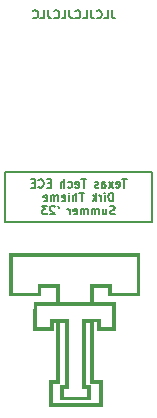
<source format=gbr>
%TF.GenerationSoftware,KiCad,Pcbnew,7.0.6*%
%TF.CreationDate,2023-07-23T20:03:58-07:00*%
%TF.ProjectId,iCEGenius,69434547-656e-4697-9573-2e6b69636164,rev?*%
%TF.SameCoordinates,Original*%
%TF.FileFunction,Legend,Bot*%
%TF.FilePolarity,Positive*%
%FSLAX46Y46*%
G04 Gerber Fmt 4.6, Leading zero omitted, Abs format (unit mm)*
G04 Created by KiCad (PCBNEW 7.0.6) date 2023-07-23 20:03:58*
%MOMM*%
%LPD*%
G01*
G04 APERTURE LIST*
%ADD10C,0.150000*%
%ADD11R,1.700000X1.700000*%
%ADD12O,1.700000X1.700000*%
%ADD13C,0.650000*%
%ADD14O,1.000000X2.100000*%
%ADD15O,1.000000X1.800000*%
G04 APERTURE END LIST*
D10*
X159034649Y-77206533D02*
X159034649Y-77706533D01*
X159034649Y-77706533D02*
X159067982Y-77806533D01*
X159067982Y-77806533D02*
X159134649Y-77873200D01*
X159134649Y-77873200D02*
X159234649Y-77906533D01*
X159234649Y-77906533D02*
X159301316Y-77906533D01*
X158367983Y-77906533D02*
X158701316Y-77906533D01*
X158701316Y-77906533D02*
X158701316Y-77206533D01*
X157734649Y-77839866D02*
X157767982Y-77873200D01*
X157767982Y-77873200D02*
X157867982Y-77906533D01*
X157867982Y-77906533D02*
X157934649Y-77906533D01*
X157934649Y-77906533D02*
X158034649Y-77873200D01*
X158034649Y-77873200D02*
X158101316Y-77806533D01*
X158101316Y-77806533D02*
X158134649Y-77739866D01*
X158134649Y-77739866D02*
X158167982Y-77606533D01*
X158167982Y-77606533D02*
X158167982Y-77506533D01*
X158167982Y-77506533D02*
X158134649Y-77373200D01*
X158134649Y-77373200D02*
X158101316Y-77306533D01*
X158101316Y-77306533D02*
X158034649Y-77239866D01*
X158034649Y-77239866D02*
X157934649Y-77206533D01*
X157934649Y-77206533D02*
X157867982Y-77206533D01*
X157867982Y-77206533D02*
X157767982Y-77239866D01*
X157767982Y-77239866D02*
X157734649Y-77273200D01*
X157234649Y-77206533D02*
X157234649Y-77706533D01*
X157234649Y-77706533D02*
X157267982Y-77806533D01*
X157267982Y-77806533D02*
X157334649Y-77873200D01*
X157334649Y-77873200D02*
X157434649Y-77906533D01*
X157434649Y-77906533D02*
X157501316Y-77906533D01*
X156567983Y-77906533D02*
X156901316Y-77906533D01*
X156901316Y-77906533D02*
X156901316Y-77206533D01*
X155934649Y-77839866D02*
X155967982Y-77873200D01*
X155967982Y-77873200D02*
X156067982Y-77906533D01*
X156067982Y-77906533D02*
X156134649Y-77906533D01*
X156134649Y-77906533D02*
X156234649Y-77873200D01*
X156234649Y-77873200D02*
X156301316Y-77806533D01*
X156301316Y-77806533D02*
X156334649Y-77739866D01*
X156334649Y-77739866D02*
X156367982Y-77606533D01*
X156367982Y-77606533D02*
X156367982Y-77506533D01*
X156367982Y-77506533D02*
X156334649Y-77373200D01*
X156334649Y-77373200D02*
X156301316Y-77306533D01*
X156301316Y-77306533D02*
X156234649Y-77239866D01*
X156234649Y-77239866D02*
X156134649Y-77206533D01*
X156134649Y-77206533D02*
X156067982Y-77206533D01*
X156067982Y-77206533D02*
X155967982Y-77239866D01*
X155967982Y-77239866D02*
X155934649Y-77273200D01*
X155434649Y-77206533D02*
X155434649Y-77706533D01*
X155434649Y-77706533D02*
X155467982Y-77806533D01*
X155467982Y-77806533D02*
X155534649Y-77873200D01*
X155534649Y-77873200D02*
X155634649Y-77906533D01*
X155634649Y-77906533D02*
X155701316Y-77906533D01*
X154767983Y-77906533D02*
X155101316Y-77906533D01*
X155101316Y-77906533D02*
X155101316Y-77206533D01*
X154134649Y-77839866D02*
X154167982Y-77873200D01*
X154167982Y-77873200D02*
X154267982Y-77906533D01*
X154267982Y-77906533D02*
X154334649Y-77906533D01*
X154334649Y-77906533D02*
X154434649Y-77873200D01*
X154434649Y-77873200D02*
X154501316Y-77806533D01*
X154501316Y-77806533D02*
X154534649Y-77739866D01*
X154534649Y-77739866D02*
X154567982Y-77606533D01*
X154567982Y-77606533D02*
X154567982Y-77506533D01*
X154567982Y-77506533D02*
X154534649Y-77373200D01*
X154534649Y-77373200D02*
X154501316Y-77306533D01*
X154501316Y-77306533D02*
X154434649Y-77239866D01*
X154434649Y-77239866D02*
X154334649Y-77206533D01*
X154334649Y-77206533D02*
X154267982Y-77206533D01*
X154267982Y-77206533D02*
X154167982Y-77239866D01*
X154167982Y-77239866D02*
X154134649Y-77273200D01*
X153634649Y-77206533D02*
X153634649Y-77706533D01*
X153634649Y-77706533D02*
X153667982Y-77806533D01*
X153667982Y-77806533D02*
X153734649Y-77873200D01*
X153734649Y-77873200D02*
X153834649Y-77906533D01*
X153834649Y-77906533D02*
X153901316Y-77906533D01*
X152967983Y-77906533D02*
X153301316Y-77906533D01*
X153301316Y-77906533D02*
X153301316Y-77206533D01*
X152334649Y-77839866D02*
X152367982Y-77873200D01*
X152367982Y-77873200D02*
X152467982Y-77906533D01*
X152467982Y-77906533D02*
X152534649Y-77906533D01*
X152534649Y-77906533D02*
X152634649Y-77873200D01*
X152634649Y-77873200D02*
X152701316Y-77806533D01*
X152701316Y-77806533D02*
X152734649Y-77739866D01*
X152734649Y-77739866D02*
X152767982Y-77606533D01*
X152767982Y-77606533D02*
X152767982Y-77506533D01*
X152767982Y-77506533D02*
X152734649Y-77373200D01*
X152734649Y-77373200D02*
X152701316Y-77306533D01*
X152701316Y-77306533D02*
X152634649Y-77239866D01*
X152634649Y-77239866D02*
X152534649Y-77206533D01*
X152534649Y-77206533D02*
X152467982Y-77206533D01*
X152467982Y-77206533D02*
X152367982Y-77239866D01*
X152367982Y-77239866D02*
X152334649Y-77273200D01*
X160283332Y-91525533D02*
X159883332Y-91525533D01*
X160083332Y-92225533D02*
X160083332Y-91525533D01*
X159383332Y-92192200D02*
X159449999Y-92225533D01*
X159449999Y-92225533D02*
X159583332Y-92225533D01*
X159583332Y-92225533D02*
X159649999Y-92192200D01*
X159649999Y-92192200D02*
X159683332Y-92125533D01*
X159683332Y-92125533D02*
X159683332Y-91858866D01*
X159683332Y-91858866D02*
X159649999Y-91792200D01*
X159649999Y-91792200D02*
X159583332Y-91758866D01*
X159583332Y-91758866D02*
X159449999Y-91758866D01*
X159449999Y-91758866D02*
X159383332Y-91792200D01*
X159383332Y-91792200D02*
X159349999Y-91858866D01*
X159349999Y-91858866D02*
X159349999Y-91925533D01*
X159349999Y-91925533D02*
X159683332Y-91992200D01*
X159116666Y-92225533D02*
X158749999Y-91758866D01*
X159116666Y-91758866D02*
X158749999Y-92225533D01*
X158183332Y-92225533D02*
X158183332Y-91858866D01*
X158183332Y-91858866D02*
X158216665Y-91792200D01*
X158216665Y-91792200D02*
X158283332Y-91758866D01*
X158283332Y-91758866D02*
X158416665Y-91758866D01*
X158416665Y-91758866D02*
X158483332Y-91792200D01*
X158183332Y-92192200D02*
X158249999Y-92225533D01*
X158249999Y-92225533D02*
X158416665Y-92225533D01*
X158416665Y-92225533D02*
X158483332Y-92192200D01*
X158483332Y-92192200D02*
X158516665Y-92125533D01*
X158516665Y-92125533D02*
X158516665Y-92058866D01*
X158516665Y-92058866D02*
X158483332Y-91992200D01*
X158483332Y-91992200D02*
X158416665Y-91958866D01*
X158416665Y-91958866D02*
X158249999Y-91958866D01*
X158249999Y-91958866D02*
X158183332Y-91925533D01*
X157883332Y-92192200D02*
X157816666Y-92225533D01*
X157816666Y-92225533D02*
X157683332Y-92225533D01*
X157683332Y-92225533D02*
X157616666Y-92192200D01*
X157616666Y-92192200D02*
X157583332Y-92125533D01*
X157583332Y-92125533D02*
X157583332Y-92092200D01*
X157583332Y-92092200D02*
X157616666Y-92025533D01*
X157616666Y-92025533D02*
X157683332Y-91992200D01*
X157683332Y-91992200D02*
X157783332Y-91992200D01*
X157783332Y-91992200D02*
X157849999Y-91958866D01*
X157849999Y-91958866D02*
X157883332Y-91892200D01*
X157883332Y-91892200D02*
X157883332Y-91858866D01*
X157883332Y-91858866D02*
X157849999Y-91792200D01*
X157849999Y-91792200D02*
X157783332Y-91758866D01*
X157783332Y-91758866D02*
X157683332Y-91758866D01*
X157683332Y-91758866D02*
X157616666Y-91792200D01*
X156849999Y-91525533D02*
X156449999Y-91525533D01*
X156649999Y-92225533D02*
X156649999Y-91525533D01*
X155949999Y-92192200D02*
X156016666Y-92225533D01*
X156016666Y-92225533D02*
X156149999Y-92225533D01*
X156149999Y-92225533D02*
X156216666Y-92192200D01*
X156216666Y-92192200D02*
X156249999Y-92125533D01*
X156249999Y-92125533D02*
X156249999Y-91858866D01*
X156249999Y-91858866D02*
X156216666Y-91792200D01*
X156216666Y-91792200D02*
X156149999Y-91758866D01*
X156149999Y-91758866D02*
X156016666Y-91758866D01*
X156016666Y-91758866D02*
X155949999Y-91792200D01*
X155949999Y-91792200D02*
X155916666Y-91858866D01*
X155916666Y-91858866D02*
X155916666Y-91925533D01*
X155916666Y-91925533D02*
X156249999Y-91992200D01*
X155316666Y-92192200D02*
X155383333Y-92225533D01*
X155383333Y-92225533D02*
X155516666Y-92225533D01*
X155516666Y-92225533D02*
X155583333Y-92192200D01*
X155583333Y-92192200D02*
X155616666Y-92158866D01*
X155616666Y-92158866D02*
X155649999Y-92092200D01*
X155649999Y-92092200D02*
X155649999Y-91892200D01*
X155649999Y-91892200D02*
X155616666Y-91825533D01*
X155616666Y-91825533D02*
X155583333Y-91792200D01*
X155583333Y-91792200D02*
X155516666Y-91758866D01*
X155516666Y-91758866D02*
X155383333Y-91758866D01*
X155383333Y-91758866D02*
X155316666Y-91792200D01*
X155016666Y-92225533D02*
X155016666Y-91525533D01*
X154716666Y-92225533D02*
X154716666Y-91858866D01*
X154716666Y-91858866D02*
X154749999Y-91792200D01*
X154749999Y-91792200D02*
X154816666Y-91758866D01*
X154816666Y-91758866D02*
X154916666Y-91758866D01*
X154916666Y-91758866D02*
X154983333Y-91792200D01*
X154983333Y-91792200D02*
X155016666Y-91825533D01*
X153850000Y-91858866D02*
X153616667Y-91858866D01*
X153516667Y-92225533D02*
X153850000Y-92225533D01*
X153850000Y-92225533D02*
X153850000Y-91525533D01*
X153850000Y-91525533D02*
X153516667Y-91525533D01*
X152816667Y-92158866D02*
X152850000Y-92192200D01*
X152850000Y-92192200D02*
X152950000Y-92225533D01*
X152950000Y-92225533D02*
X153016667Y-92225533D01*
X153016667Y-92225533D02*
X153116667Y-92192200D01*
X153116667Y-92192200D02*
X153183334Y-92125533D01*
X153183334Y-92125533D02*
X153216667Y-92058866D01*
X153216667Y-92058866D02*
X153250000Y-91925533D01*
X153250000Y-91925533D02*
X153250000Y-91825533D01*
X153250000Y-91825533D02*
X153216667Y-91692200D01*
X153216667Y-91692200D02*
X153183334Y-91625533D01*
X153183334Y-91625533D02*
X153116667Y-91558866D01*
X153116667Y-91558866D02*
X153016667Y-91525533D01*
X153016667Y-91525533D02*
X152950000Y-91525533D01*
X152950000Y-91525533D02*
X152850000Y-91558866D01*
X152850000Y-91558866D02*
X152816667Y-91592200D01*
X152516667Y-91858866D02*
X152283334Y-91858866D01*
X152183334Y-92225533D02*
X152516667Y-92225533D01*
X152516667Y-92225533D02*
X152516667Y-91525533D01*
X152516667Y-91525533D02*
X152183334Y-91525533D01*
X159133332Y-93352533D02*
X159133332Y-92652533D01*
X159133332Y-92652533D02*
X158966665Y-92652533D01*
X158966665Y-92652533D02*
X158866665Y-92685866D01*
X158866665Y-92685866D02*
X158799999Y-92752533D01*
X158799999Y-92752533D02*
X158766665Y-92819200D01*
X158766665Y-92819200D02*
X158733332Y-92952533D01*
X158733332Y-92952533D02*
X158733332Y-93052533D01*
X158733332Y-93052533D02*
X158766665Y-93185866D01*
X158766665Y-93185866D02*
X158799999Y-93252533D01*
X158799999Y-93252533D02*
X158866665Y-93319200D01*
X158866665Y-93319200D02*
X158966665Y-93352533D01*
X158966665Y-93352533D02*
X159133332Y-93352533D01*
X158433332Y-93352533D02*
X158433332Y-92885866D01*
X158433332Y-92652533D02*
X158466665Y-92685866D01*
X158466665Y-92685866D02*
X158433332Y-92719200D01*
X158433332Y-92719200D02*
X158399999Y-92685866D01*
X158399999Y-92685866D02*
X158433332Y-92652533D01*
X158433332Y-92652533D02*
X158433332Y-92719200D01*
X158099999Y-93352533D02*
X158099999Y-92885866D01*
X158099999Y-93019200D02*
X158066666Y-92952533D01*
X158066666Y-92952533D02*
X158033332Y-92919200D01*
X158033332Y-92919200D02*
X157966666Y-92885866D01*
X157966666Y-92885866D02*
X157899999Y-92885866D01*
X157666666Y-93352533D02*
X157666666Y-92652533D01*
X157599999Y-93085866D02*
X157399999Y-93352533D01*
X157399999Y-92885866D02*
X157666666Y-93152533D01*
X156666666Y-92652533D02*
X156266666Y-92652533D01*
X156466666Y-93352533D02*
X156466666Y-92652533D01*
X156033333Y-93352533D02*
X156033333Y-92652533D01*
X155733333Y-93352533D02*
X155733333Y-92985866D01*
X155733333Y-92985866D02*
X155766666Y-92919200D01*
X155766666Y-92919200D02*
X155833333Y-92885866D01*
X155833333Y-92885866D02*
X155933333Y-92885866D01*
X155933333Y-92885866D02*
X156000000Y-92919200D01*
X156000000Y-92919200D02*
X156033333Y-92952533D01*
X155400000Y-93352533D02*
X155400000Y-92885866D01*
X155400000Y-92652533D02*
X155433333Y-92685866D01*
X155433333Y-92685866D02*
X155400000Y-92719200D01*
X155400000Y-92719200D02*
X155366667Y-92685866D01*
X155366667Y-92685866D02*
X155400000Y-92652533D01*
X155400000Y-92652533D02*
X155400000Y-92719200D01*
X154800000Y-93319200D02*
X154866667Y-93352533D01*
X154866667Y-93352533D02*
X155000000Y-93352533D01*
X155000000Y-93352533D02*
X155066667Y-93319200D01*
X155066667Y-93319200D02*
X155100000Y-93252533D01*
X155100000Y-93252533D02*
X155100000Y-92985866D01*
X155100000Y-92985866D02*
X155066667Y-92919200D01*
X155066667Y-92919200D02*
X155000000Y-92885866D01*
X155000000Y-92885866D02*
X154866667Y-92885866D01*
X154866667Y-92885866D02*
X154800000Y-92919200D01*
X154800000Y-92919200D02*
X154766667Y-92985866D01*
X154766667Y-92985866D02*
X154766667Y-93052533D01*
X154766667Y-93052533D02*
X155100000Y-93119200D01*
X154466667Y-93352533D02*
X154466667Y-92885866D01*
X154466667Y-92952533D02*
X154433334Y-92919200D01*
X154433334Y-92919200D02*
X154366667Y-92885866D01*
X154366667Y-92885866D02*
X154266667Y-92885866D01*
X154266667Y-92885866D02*
X154200000Y-92919200D01*
X154200000Y-92919200D02*
X154166667Y-92985866D01*
X154166667Y-92985866D02*
X154166667Y-93352533D01*
X154166667Y-92985866D02*
X154133334Y-92919200D01*
X154133334Y-92919200D02*
X154066667Y-92885866D01*
X154066667Y-92885866D02*
X153966667Y-92885866D01*
X153966667Y-92885866D02*
X153900000Y-92919200D01*
X153900000Y-92919200D02*
X153866667Y-92985866D01*
X153866667Y-92985866D02*
X153866667Y-93352533D01*
X153266667Y-93319200D02*
X153333334Y-93352533D01*
X153333334Y-93352533D02*
X153466667Y-93352533D01*
X153466667Y-93352533D02*
X153533334Y-93319200D01*
X153533334Y-93319200D02*
X153566667Y-93252533D01*
X153566667Y-93252533D02*
X153566667Y-92985866D01*
X153566667Y-92985866D02*
X153533334Y-92919200D01*
X153533334Y-92919200D02*
X153466667Y-92885866D01*
X153466667Y-92885866D02*
X153333334Y-92885866D01*
X153333334Y-92885866D02*
X153266667Y-92919200D01*
X153266667Y-92919200D02*
X153233334Y-92985866D01*
X153233334Y-92985866D02*
X153233334Y-93052533D01*
X153233334Y-93052533D02*
X153566667Y-93119200D01*
X159266665Y-94446200D02*
X159166665Y-94479533D01*
X159166665Y-94479533D02*
X158999999Y-94479533D01*
X158999999Y-94479533D02*
X158933332Y-94446200D01*
X158933332Y-94446200D02*
X158899999Y-94412866D01*
X158899999Y-94412866D02*
X158866665Y-94346200D01*
X158866665Y-94346200D02*
X158866665Y-94279533D01*
X158866665Y-94279533D02*
X158899999Y-94212866D01*
X158899999Y-94212866D02*
X158933332Y-94179533D01*
X158933332Y-94179533D02*
X158999999Y-94146200D01*
X158999999Y-94146200D02*
X159133332Y-94112866D01*
X159133332Y-94112866D02*
X159199999Y-94079533D01*
X159199999Y-94079533D02*
X159233332Y-94046200D01*
X159233332Y-94046200D02*
X159266665Y-93979533D01*
X159266665Y-93979533D02*
X159266665Y-93912866D01*
X159266665Y-93912866D02*
X159233332Y-93846200D01*
X159233332Y-93846200D02*
X159199999Y-93812866D01*
X159199999Y-93812866D02*
X159133332Y-93779533D01*
X159133332Y-93779533D02*
X158966665Y-93779533D01*
X158966665Y-93779533D02*
X158866665Y-93812866D01*
X158266665Y-94012866D02*
X158266665Y-94479533D01*
X158566665Y-94012866D02*
X158566665Y-94379533D01*
X158566665Y-94379533D02*
X158533332Y-94446200D01*
X158533332Y-94446200D02*
X158466665Y-94479533D01*
X158466665Y-94479533D02*
X158366665Y-94479533D01*
X158366665Y-94479533D02*
X158299998Y-94446200D01*
X158299998Y-94446200D02*
X158266665Y-94412866D01*
X157933332Y-94479533D02*
X157933332Y-94012866D01*
X157933332Y-94079533D02*
X157899999Y-94046200D01*
X157899999Y-94046200D02*
X157833332Y-94012866D01*
X157833332Y-94012866D02*
X157733332Y-94012866D01*
X157733332Y-94012866D02*
X157666665Y-94046200D01*
X157666665Y-94046200D02*
X157633332Y-94112866D01*
X157633332Y-94112866D02*
X157633332Y-94479533D01*
X157633332Y-94112866D02*
X157599999Y-94046200D01*
X157599999Y-94046200D02*
X157533332Y-94012866D01*
X157533332Y-94012866D02*
X157433332Y-94012866D01*
X157433332Y-94012866D02*
X157366665Y-94046200D01*
X157366665Y-94046200D02*
X157333332Y-94112866D01*
X157333332Y-94112866D02*
X157333332Y-94479533D01*
X156999999Y-94479533D02*
X156999999Y-94012866D01*
X156999999Y-94079533D02*
X156966666Y-94046200D01*
X156966666Y-94046200D02*
X156899999Y-94012866D01*
X156899999Y-94012866D02*
X156799999Y-94012866D01*
X156799999Y-94012866D02*
X156733332Y-94046200D01*
X156733332Y-94046200D02*
X156699999Y-94112866D01*
X156699999Y-94112866D02*
X156699999Y-94479533D01*
X156699999Y-94112866D02*
X156666666Y-94046200D01*
X156666666Y-94046200D02*
X156599999Y-94012866D01*
X156599999Y-94012866D02*
X156499999Y-94012866D01*
X156499999Y-94012866D02*
X156433332Y-94046200D01*
X156433332Y-94046200D02*
X156399999Y-94112866D01*
X156399999Y-94112866D02*
X156399999Y-94479533D01*
X155799999Y-94446200D02*
X155866666Y-94479533D01*
X155866666Y-94479533D02*
X155999999Y-94479533D01*
X155999999Y-94479533D02*
X156066666Y-94446200D01*
X156066666Y-94446200D02*
X156099999Y-94379533D01*
X156099999Y-94379533D02*
X156099999Y-94112866D01*
X156099999Y-94112866D02*
X156066666Y-94046200D01*
X156066666Y-94046200D02*
X155999999Y-94012866D01*
X155999999Y-94012866D02*
X155866666Y-94012866D01*
X155866666Y-94012866D02*
X155799999Y-94046200D01*
X155799999Y-94046200D02*
X155766666Y-94112866D01*
X155766666Y-94112866D02*
X155766666Y-94179533D01*
X155766666Y-94179533D02*
X156099999Y-94246200D01*
X155466666Y-94479533D02*
X155466666Y-94012866D01*
X155466666Y-94146200D02*
X155433333Y-94079533D01*
X155433333Y-94079533D02*
X155399999Y-94046200D01*
X155399999Y-94046200D02*
X155333333Y-94012866D01*
X155333333Y-94012866D02*
X155266666Y-94012866D01*
X154466667Y-93779533D02*
X154533333Y-93912866D01*
X154200000Y-93846200D02*
X154166667Y-93812866D01*
X154166667Y-93812866D02*
X154100000Y-93779533D01*
X154100000Y-93779533D02*
X153933334Y-93779533D01*
X153933334Y-93779533D02*
X153866667Y-93812866D01*
X153866667Y-93812866D02*
X153833334Y-93846200D01*
X153833334Y-93846200D02*
X153800000Y-93912866D01*
X153800000Y-93912866D02*
X153800000Y-93979533D01*
X153800000Y-93979533D02*
X153833334Y-94079533D01*
X153833334Y-94079533D02*
X154233334Y-94479533D01*
X154233334Y-94479533D02*
X153800000Y-94479533D01*
X153566667Y-93779533D02*
X153133333Y-93779533D01*
X153133333Y-93779533D02*
X153366667Y-94046200D01*
X153366667Y-94046200D02*
X153266667Y-94046200D01*
X153266667Y-94046200D02*
X153200000Y-94079533D01*
X153200000Y-94079533D02*
X153166667Y-94112866D01*
X153166667Y-94112866D02*
X153133333Y-94179533D01*
X153133333Y-94179533D02*
X153133333Y-94346200D01*
X153133333Y-94346200D02*
X153166667Y-94412866D01*
X153166667Y-94412866D02*
X153200000Y-94446200D01*
X153200000Y-94446200D02*
X153266667Y-94479533D01*
X153266667Y-94479533D02*
X153466667Y-94479533D01*
X153466667Y-94479533D02*
X153533333Y-94446200D01*
X153533333Y-94446200D02*
X153566667Y-94412866D01*
X149950000Y-90900000D02*
X162450000Y-90900000D01*
X162450000Y-95100000D01*
X149950000Y-95100000D01*
X149950000Y-90900000D01*
%TO.C,REF\u002A\u002A*%
G36*
X161442462Y-101432859D02*
G01*
X158724103Y-101432859D01*
X158724103Y-100715025D01*
X157529769Y-100715025D01*
X157529769Y-101905454D01*
X158467198Y-101906675D01*
X159405249Y-101908384D01*
X159405725Y-102222471D01*
X159407115Y-103138914D01*
X159408358Y-104369993D01*
X157747487Y-104369993D01*
X157747487Y-103646177D01*
X157529769Y-103646177D01*
X157529769Y-108497617D01*
X158257567Y-108497617D01*
X158257567Y-110501585D01*
X158257567Y-110812681D01*
X153710387Y-110812681D01*
X153710387Y-110501585D01*
X154033850Y-110501585D01*
X157934102Y-110501585D01*
X157934102Y-108814695D01*
X157206305Y-108814695D01*
X157206305Y-103652219D01*
X156820635Y-103652219D01*
X156820635Y-108958250D01*
X157243628Y-108958250D01*
X157242385Y-109596555D01*
X157240515Y-110235349D01*
X155957228Y-110237180D01*
X154674563Y-110238340D01*
X154674563Y-108958250D01*
X155054015Y-108958250D01*
X155054015Y-103676145D01*
X154631018Y-103676145D01*
X154631018Y-108814695D01*
X154033850Y-108814695D01*
X154033850Y-110501585D01*
X153710387Y-110501585D01*
X153710387Y-108497617D01*
X154307551Y-108497617D01*
X154307551Y-103670103D01*
X154102275Y-103670103D01*
X154102275Y-104346128D01*
X152391642Y-104346128D01*
X152391959Y-104035032D01*
X152721327Y-104035032D01*
X153778811Y-104035032D01*
X153778811Y-103359006D01*
X155383700Y-103359006D01*
X155383700Y-109269285D01*
X155004248Y-109269285D01*
X155004248Y-109921323D01*
X156913939Y-109921323D01*
X156913939Y-109269285D01*
X156490946Y-109269285D01*
X156490946Y-103335142D01*
X158077174Y-103335142D01*
X158077174Y-104058958D01*
X159078673Y-104058958D01*
X159078673Y-102222471D01*
X152721327Y-102222471D01*
X152721327Y-104035032D01*
X152391959Y-104035032D01*
X152392886Y-103127012D01*
X152394751Y-101908384D01*
X153350840Y-101906675D01*
X154307551Y-101905454D01*
X154307551Y-100732908D01*
X153069674Y-100732908D01*
X153069674Y-101432859D01*
X150357539Y-101432859D01*
X150357539Y-101121763D01*
X150681006Y-101121763D01*
X152739989Y-101121763D01*
X152739989Y-100421934D01*
X154631018Y-100421934D01*
X154631018Y-101905454D01*
X157206305Y-101905454D01*
X157207549Y-101152891D01*
X157209414Y-100400999D01*
X159050683Y-100400999D01*
X159052548Y-100761106D01*
X159053792Y-101121763D01*
X161118996Y-101121763D01*
X161118996Y-98106870D01*
X150681006Y-98106870D01*
X150681006Y-101121763D01*
X150357539Y-101121763D01*
X150357539Y-97795774D01*
X161442462Y-97795774D01*
X161442462Y-98106870D01*
X161442462Y-101432859D01*
G37*
%TD*%
%LPC*%
D11*
%TO.C,J3*%
X164915000Y-88530000D03*
D12*
X164915000Y-91070000D03*
X164915000Y-93610000D03*
X164915000Y-96150000D03*
X164915000Y-98690000D03*
X164915000Y-101230000D03*
X164915000Y-103770000D03*
X164915000Y-106310000D03*
X164915000Y-108850000D03*
X164915000Y-111390000D03*
%TD*%
D11*
%TO.C,J2*%
X147115000Y-88550000D03*
D12*
X147115000Y-91090000D03*
X147115000Y-93630000D03*
X147115000Y-96170000D03*
X147115000Y-98710000D03*
X147115000Y-101250000D03*
X147115000Y-103790000D03*
X147115000Y-106330000D03*
X147115000Y-108870000D03*
X147115000Y-111410000D03*
%TD*%
D13*
%TO.C,J1*%
X158900000Y-82400000D03*
X153120000Y-82400000D03*
D14*
X160330000Y-82900000D03*
D15*
X160330000Y-78720000D03*
D14*
X151690000Y-82900000D03*
D15*
X151690000Y-78720000D03*
%TD*%
%LPD*%
M02*

</source>
